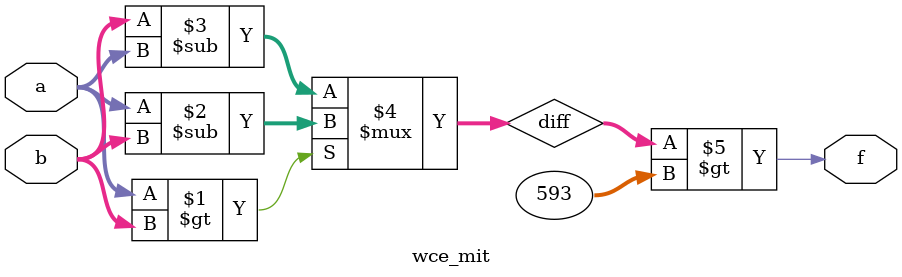
<source format=v>
module wce_mit(a, b, f);
parameter _bit = 33;
parameter wce = 593;
input [_bit - 1: 0] a;
input [_bit - 1: 0] b;
output f;
wire [_bit - 1: 0] diff;
assign diff = (a > b)? (a - b): (b - a);
assign f = (diff > wce);
endmodule

</source>
